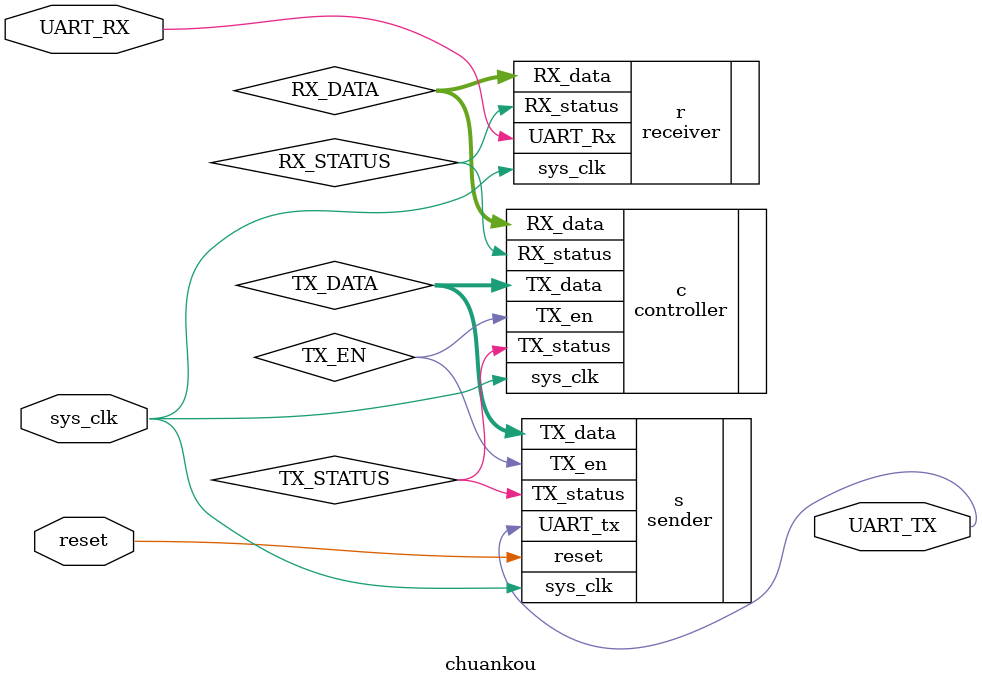
<source format=v>
module chuankou(sys_clk,UART_RX,reset,UART_TX);
	input sys_clk,UART_RX,reset;
	output UART_TX;


	wire [7:0]RX_DATA;
	wire RX_STATUS;
	wire [7:0]TX_DATA;
	wire TX_EN;
	wire TX_STATUS;


	receiver r(.sys_clk(sys_clk),.UART_Rx(UART_RX),.RX_data(RX_DATA),.RX_status(RX_STATUS));
	controller c(.sys_clk(sys_clk),.RX_data(RX_DATA),.RX_status(RX_STATUS),.TX_data(TX_DATA),
	           .TX_en(TX_EN),.TX_status(TX_STATUS));
	sender s(.sys_clk(sys_clk),.reset(reset),.TX_data(TX_DATA),.TX_en(TX_EN),
	         .TX_status(TX_STATUS),.UART_tx(UART_TX));

endmodule // chuankou
</source>
